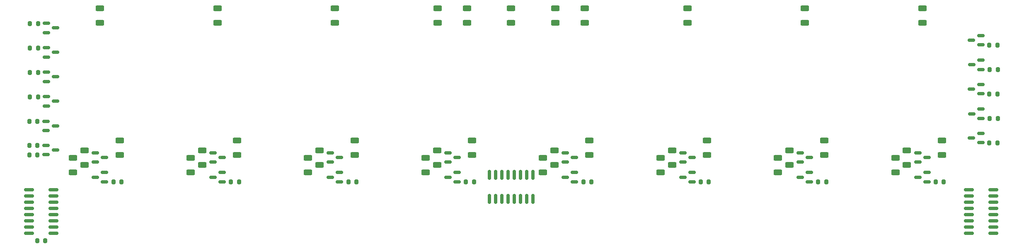
<source format=gbr>
%TF.GenerationSoftware,KiCad,Pcbnew,8.0.2*%
%TF.CreationDate,2024-05-29T18:11:17+12:00*%
%TF.ProjectId,nixie_board,6e697869-655f-4626-9f61-72642e6b6963,0.1.0*%
%TF.SameCoordinates,Original*%
%TF.FileFunction,Paste,Top*%
%TF.FilePolarity,Positive*%
%FSLAX46Y46*%
G04 Gerber Fmt 4.6, Leading zero omitted, Abs format (unit mm)*
G04 Created by KiCad (PCBNEW 8.0.2) date 2024-05-29 18:11:17*
%MOMM*%
%LPD*%
G01*
G04 APERTURE LIST*
G04 Aperture macros list*
%AMRoundRect*
0 Rectangle with rounded corners*
0 $1 Rounding radius*
0 $2 $3 $4 $5 $6 $7 $8 $9 X,Y pos of 4 corners*
0 Add a 4 corners polygon primitive as box body*
4,1,4,$2,$3,$4,$5,$6,$7,$8,$9,$2,$3,0*
0 Add four circle primitives for the rounded corners*
1,1,$1+$1,$2,$3*
1,1,$1+$1,$4,$5*
1,1,$1+$1,$6,$7*
1,1,$1+$1,$8,$9*
0 Add four rect primitives between the rounded corners*
20,1,$1+$1,$2,$3,$4,$5,0*
20,1,$1+$1,$4,$5,$6,$7,0*
20,1,$1+$1,$6,$7,$8,$9,0*
20,1,$1+$1,$8,$9,$2,$3,0*%
G04 Aperture macros list end*
%ADD10RoundRect,0.200000X-0.200000X-0.275000X0.200000X-0.275000X0.200000X0.275000X-0.200000X0.275000X0*%
%ADD11RoundRect,0.200000X0.200000X0.275000X-0.200000X0.275000X-0.200000X-0.275000X0.200000X-0.275000X0*%
%ADD12RoundRect,0.150000X-0.587500X-0.150000X0.587500X-0.150000X0.587500X0.150000X-0.587500X0.150000X0*%
%ADD13RoundRect,0.250000X0.625000X-0.312500X0.625000X0.312500X-0.625000X0.312500X-0.625000X-0.312500X0*%
%ADD14RoundRect,0.250000X-0.625000X0.312500X-0.625000X-0.312500X0.625000X-0.312500X0.625000X0.312500X0*%
%ADD15RoundRect,0.150000X0.587500X0.150000X-0.587500X0.150000X-0.587500X-0.150000X0.587500X-0.150000X0*%
%ADD16RoundRect,0.150000X0.825000X0.150000X-0.825000X0.150000X-0.825000X-0.150000X0.825000X-0.150000X0*%
%ADD17RoundRect,0.150000X0.150000X-0.825000X0.150000X0.825000X-0.150000X0.825000X-0.150000X-0.825000X0*%
%ADD18RoundRect,0.150000X-0.825000X-0.150000X0.825000X-0.150000X0.825000X0.150000X-0.825000X0.150000X0*%
G04 APERTURE END LIST*
D10*
%TO.C,R3*%
X54575000Y-86600000D03*
X56225000Y-86600000D03*
%TD*%
D11*
%TO.C,R32*%
X97387500Y-98950000D03*
X95737500Y-98950000D03*
%TD*%
D12*
%TO.C,Q14*%
X92062500Y-93050000D03*
X92062500Y-94950000D03*
X93937500Y-94000000D03*
%TD*%
D13*
%TO.C,R37*%
X137860000Y-95462500D03*
X137860000Y-92537500D03*
%TD*%
%TO.C,R23*%
X213000000Y-66462500D03*
X213000000Y-63537500D03*
%TD*%
D10*
%TO.C,R10*%
X54675000Y-66600000D03*
X56325000Y-66600000D03*
%TD*%
D14*
%TO.C,R50*%
X207490000Y-94057500D03*
X207490000Y-96982500D03*
%TD*%
D10*
%TO.C,R9*%
X54675000Y-71600000D03*
X56325000Y-71600000D03*
%TD*%
D11*
%TO.C,R28*%
X73387500Y-98950000D03*
X71737500Y-98950000D03*
%TD*%
D15*
%TO.C,Q15*%
X93937500Y-98950000D03*
X93937500Y-97050000D03*
X92062500Y-98000000D03*
%TD*%
D13*
%TO.C,R17*%
X162000000Y-66462500D03*
X162000000Y-63537500D03*
%TD*%
%TO.C,R33*%
X113860000Y-95462500D03*
X113860000Y-92537500D03*
%TD*%
D14*
%TO.C,R26*%
X63490000Y-94057500D03*
X63490000Y-96982500D03*
%TD*%
D16*
%TO.C,U1*%
X251475000Y-109445000D03*
X251475000Y-108175000D03*
X251475000Y-106905000D03*
X251475000Y-105635000D03*
X251475000Y-104365000D03*
X251475000Y-103095000D03*
X251475000Y-101825000D03*
X251475000Y-100555000D03*
X246525000Y-100555000D03*
X246525000Y-101825000D03*
X246525000Y-103095000D03*
X246525000Y-104365000D03*
X246525000Y-105635000D03*
X246525000Y-106905000D03*
X246525000Y-108175000D03*
X246525000Y-109445000D03*
%TD*%
D14*
%TO.C,R54*%
X231490000Y-94057500D03*
X231490000Y-96982500D03*
%TD*%
D13*
%TO.C,R51*%
X217000000Y-93462500D03*
X217000000Y-90537500D03*
%TD*%
D12*
%TO.C,Q18*%
X140062500Y-93050000D03*
X140062500Y-94950000D03*
X141937500Y-94000000D03*
%TD*%
D13*
%TO.C,R53*%
X233860000Y-95462500D03*
X233860000Y-92537500D03*
%TD*%
D12*
%TO.C,Q2*%
X58000000Y-86600000D03*
X58000000Y-88500000D03*
X59875000Y-87550000D03*
%TD*%
%TO.C,Q11*%
X58000000Y-91500000D03*
X58000000Y-93400000D03*
X59875000Y-92450000D03*
%TD*%
D13*
%TO.C,R21*%
X189000000Y-66462500D03*
X189000000Y-63537500D03*
%TD*%
D10*
%TO.C,R4*%
X54675000Y-81600000D03*
X56325000Y-81600000D03*
%TD*%
D13*
%TO.C,R55*%
X241000000Y-93462500D03*
X241000000Y-90537500D03*
%TD*%
D12*
%TO.C,Q22*%
X188062500Y-93050000D03*
X188062500Y-94950000D03*
X189937500Y-94000000D03*
%TD*%
D13*
%TO.C,R31*%
X97000000Y-93462500D03*
X97000000Y-90537500D03*
%TD*%
D15*
%TO.C,Q21*%
X165937500Y-98950000D03*
X165937500Y-97050000D03*
X164062500Y-98000000D03*
%TD*%
D13*
%TO.C,R41*%
X161860000Y-95462500D03*
X161860000Y-92537500D03*
%TD*%
D11*
%TO.C,R52*%
X217387500Y-98950000D03*
X215737500Y-98950000D03*
%TD*%
D10*
%TO.C,R8*%
X54675000Y-76600000D03*
X56325000Y-76600000D03*
%TD*%
D12*
%TO.C,Q4*%
X58062500Y-76550000D03*
X58062500Y-78450000D03*
X59937500Y-77500000D03*
%TD*%
D13*
%TO.C,R16*%
X153000000Y-66462500D03*
X153000000Y-63537500D03*
%TD*%
D15*
%TO.C,Q19*%
X141937500Y-98950000D03*
X141937500Y-97050000D03*
X140062500Y-98000000D03*
%TD*%
%TO.C,Q23*%
X189937500Y-98950000D03*
X189937500Y-97050000D03*
X188062500Y-98000000D03*
%TD*%
D14*
%TO.C,R38*%
X135490000Y-94057500D03*
X135490000Y-96982500D03*
%TD*%
D13*
%TO.C,R18*%
X168000000Y-66462500D03*
X168000000Y-63537500D03*
%TD*%
D11*
%TO.C,R44*%
X169387500Y-98950000D03*
X167737500Y-98950000D03*
%TD*%
D17*
%TO.C,U2*%
X148555000Y-102475000D03*
X149825000Y-102475000D03*
X151095000Y-102475000D03*
X152365000Y-102475000D03*
X153635000Y-102475000D03*
X154905000Y-102475000D03*
X156175000Y-102475000D03*
X157445000Y-102475000D03*
X157445000Y-97525000D03*
X156175000Y-97525000D03*
X154905000Y-97525000D03*
X153635000Y-97525000D03*
X152365000Y-97525000D03*
X151095000Y-97525000D03*
X149825000Y-97525000D03*
X148555000Y-97525000D03*
%TD*%
D13*
%TO.C,R27*%
X73000000Y-93462500D03*
X73000000Y-90537500D03*
%TD*%
D11*
%TO.C,R15*%
X252325000Y-81000000D03*
X250675000Y-81000000D03*
%TD*%
%TO.C,R2*%
X252325000Y-91000000D03*
X250675000Y-91000000D03*
%TD*%
D13*
%TO.C,R47*%
X193000000Y-93462500D03*
X193000000Y-90537500D03*
%TD*%
D15*
%TO.C,Q17*%
X117937500Y-98950000D03*
X117937500Y-97050000D03*
X116062500Y-98000000D03*
%TD*%
D12*
%TO.C,Q16*%
X116062500Y-93050000D03*
X116062500Y-94950000D03*
X117937500Y-94000000D03*
%TD*%
D11*
%TO.C,R13*%
X252325000Y-71000000D03*
X250675000Y-71000000D03*
%TD*%
D13*
%TO.C,R7*%
X117000000Y-66462500D03*
X117000000Y-63537500D03*
%TD*%
D11*
%TO.C,R19*%
X252425000Y-86000000D03*
X250775000Y-86000000D03*
%TD*%
D13*
%TO.C,R25*%
X65860000Y-95462500D03*
X65860000Y-92537500D03*
%TD*%
D11*
%TO.C,R40*%
X145387500Y-98950000D03*
X143737500Y-98950000D03*
%TD*%
%TO.C,R36*%
X121387500Y-98950000D03*
X119737500Y-98950000D03*
%TD*%
D13*
%TO.C,R49*%
X209860000Y-95462500D03*
X209860000Y-92537500D03*
%TD*%
D12*
%TO.C,Q26*%
X236062500Y-93050000D03*
X236062500Y-94950000D03*
X237937500Y-94000000D03*
%TD*%
D11*
%TO.C,R1*%
X57825000Y-111000000D03*
X56175000Y-111000000D03*
%TD*%
D12*
%TO.C,Q3*%
X58062500Y-81550000D03*
X58062500Y-83450000D03*
X59937500Y-82500000D03*
%TD*%
D13*
%TO.C,R12*%
X144000000Y-66462500D03*
X144000000Y-63537500D03*
%TD*%
D10*
%TO.C,R20*%
X54575000Y-91500000D03*
X56225000Y-91500000D03*
%TD*%
D13*
%TO.C,R39*%
X145000000Y-93462500D03*
X145000000Y-90537500D03*
%TD*%
D12*
%TO.C,Q20*%
X164062500Y-93050000D03*
X164062500Y-94950000D03*
X165937500Y-94000000D03*
%TD*%
D11*
%TO.C,R56*%
X241387500Y-98950000D03*
X239737500Y-98950000D03*
%TD*%
D15*
%TO.C,Q9*%
X248937500Y-80950000D03*
X248937500Y-79050000D03*
X247062500Y-80000000D03*
%TD*%
%TO.C,Q8*%
X249000000Y-76000000D03*
X249000000Y-74100000D03*
X247125000Y-75050000D03*
%TD*%
D14*
%TO.C,R30*%
X87490000Y-94057500D03*
X87490000Y-96982500D03*
%TD*%
%TO.C,R34*%
X111490000Y-94057500D03*
X111490000Y-96982500D03*
%TD*%
D13*
%TO.C,R43*%
X169000000Y-93462500D03*
X169000000Y-90537500D03*
%TD*%
D12*
%TO.C,Q12*%
X68062500Y-93050000D03*
X68062500Y-94950000D03*
X69937500Y-94000000D03*
%TD*%
%TO.C,Q6*%
X58062500Y-66550000D03*
X58062500Y-68450000D03*
X59937500Y-67500000D03*
%TD*%
D13*
%TO.C,R35*%
X121000000Y-93462500D03*
X121000000Y-90537500D03*
%TD*%
D15*
%TO.C,Q25*%
X213937500Y-98950000D03*
X213937500Y-97050000D03*
X212062500Y-98000000D03*
%TD*%
D11*
%TO.C,R48*%
X193387500Y-98950000D03*
X191737500Y-98950000D03*
%TD*%
D15*
%TO.C,Q7*%
X248937500Y-70950000D03*
X248937500Y-69050000D03*
X247062500Y-70000000D03*
%TD*%
%TO.C,Q13*%
X69937500Y-98950000D03*
X69937500Y-97050000D03*
X68062500Y-98000000D03*
%TD*%
D11*
%TO.C,R22*%
X56225000Y-93500000D03*
X54575000Y-93500000D03*
%TD*%
D13*
%TO.C,R5*%
X69000000Y-66462500D03*
X69000000Y-63537500D03*
%TD*%
%TO.C,R24*%
X237000000Y-66462500D03*
X237000000Y-63537500D03*
%TD*%
%TO.C,R11*%
X138000000Y-66462500D03*
X138000000Y-63537500D03*
%TD*%
D12*
%TO.C,Q5*%
X58062500Y-71550000D03*
X58062500Y-73450000D03*
X59937500Y-72500000D03*
%TD*%
D15*
%TO.C,Q10*%
X249000000Y-86000000D03*
X249000000Y-84100000D03*
X247125000Y-85050000D03*
%TD*%
D13*
%TO.C,R45*%
X185860000Y-95462500D03*
X185860000Y-92537500D03*
%TD*%
D15*
%TO.C,Q1*%
X248937500Y-90950000D03*
X248937500Y-89050000D03*
X247062500Y-90000000D03*
%TD*%
D18*
%TO.C,U3*%
X54525000Y-100555000D03*
X54525000Y-101825000D03*
X54525000Y-103095000D03*
X54525000Y-104365000D03*
X54525000Y-105635000D03*
X54525000Y-106905000D03*
X54525000Y-108175000D03*
X54525000Y-109445000D03*
X59475000Y-109445000D03*
X59475000Y-108175000D03*
X59475000Y-106905000D03*
X59475000Y-105635000D03*
X59475000Y-104365000D03*
X59475000Y-103095000D03*
X59475000Y-101825000D03*
X59475000Y-100555000D03*
%TD*%
D15*
%TO.C,Q27*%
X237937500Y-98950000D03*
X237937500Y-97050000D03*
X236062500Y-98000000D03*
%TD*%
D13*
%TO.C,R29*%
X89860000Y-95462500D03*
X89860000Y-92537500D03*
%TD*%
D12*
%TO.C,Q24*%
X212062500Y-93050000D03*
X212062500Y-94950000D03*
X213937500Y-94000000D03*
%TD*%
D13*
%TO.C,R6*%
X93000000Y-66462500D03*
X93000000Y-63537500D03*
%TD*%
D14*
%TO.C,R46*%
X183490000Y-94057500D03*
X183490000Y-96982500D03*
%TD*%
%TO.C,R42*%
X159490000Y-94057500D03*
X159490000Y-96982500D03*
%TD*%
D11*
%TO.C,R14*%
X252425000Y-76000000D03*
X250775000Y-76000000D03*
%TD*%
M02*

</source>
